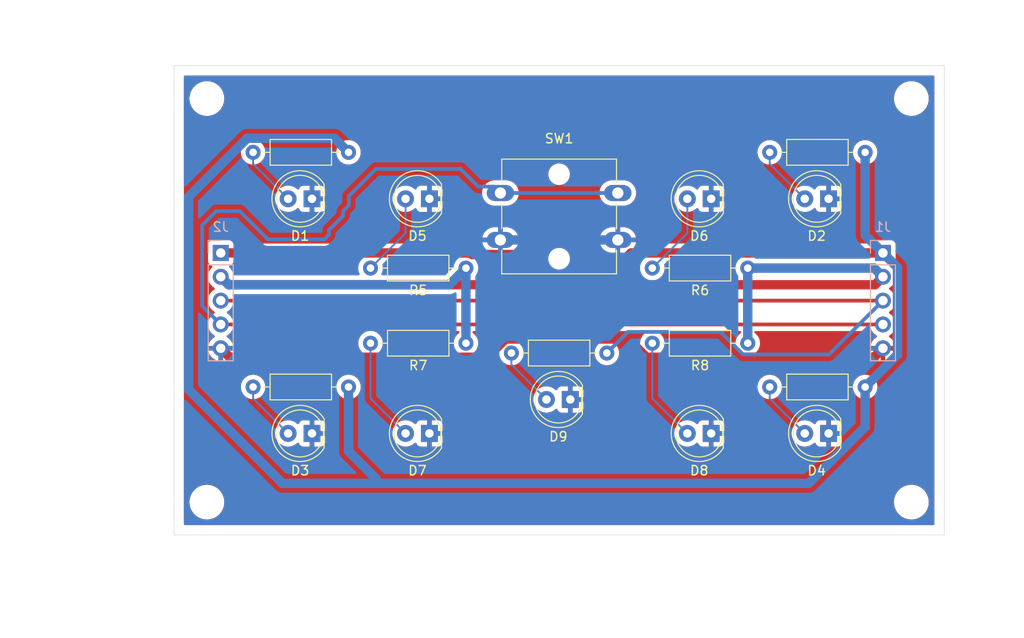
<source format=kicad_pcb>
(kicad_pcb (version 20240108) (generator "pcbnew") (generator_version "8.0")
  (layers (0 "F.Cu" signal) (31 "B.Cu" signal) (34 "B.Paste" user) (35 "F.Paste" user) (36 "B.SilkS" user "B.Silkscreen") (37 "F.SilkS" user "F.Silkscreen") (38 "B.Mask" user) (39 "F.Mask" user) (44 "Edge.Cuts" user))
  (net 0 "")
  (net 1 "Net-(D1-A)")
  (net 2 "Net-(D2-A)")
  (net 3 "Net-(D3-A)")
  (net 4 "Net-(D4-A)")
  (net 5 "Net-(D5-A)")
  (net 6 "Net-(D6-A)")
  (net 7 "Net-(D7-A)")
  (net 8 "Net-(D8-A)")
  (net 9 "-BATT")
  (net 10 "Net-(D9-A)")
  (net 11 "/LOW_LED_IN+")
  (net 12 "/BUTTON_PIN")
  (net 13 "/HIGH_LED_IN+")
  (net 14 "/CHARGING_LED_IN+")
  (footprint "Resistor_THT:R_Axial_DIN0207_L6.3mm_D2.5mm_P10.16mm_Horizontal" (layer "F.Cu") (at 168.745 67.445 180)
    (property "Reference" "R9" (hide yes))
    (property "Value" "150")
    (fp_line (start 9.12 0) (end 8.35 0) (stroke (width 0.12)) (layer "F.SilkS"))
    (fp_line (start 8.35 1.37) (end 8.35 -1.37) (stroke (width 0.12)) (layer "F.SilkS"))
    (fp_line (start 8.35 -1.37) (end 1.81 -1.37) (stroke (width 0.12)) (layer "F.SilkS"))
    (fp_line (start 1.81 1.37) (end 8.35 1.37) (stroke (width 0.12)) (layer "F.SilkS"))
    (fp_line (start 1.81 -1.37) (end 1.81 1.37) (stroke (width 0.12)) (layer "F.SilkS"))
    (fp_line (start 1.04 0) (end 1.81 0) (stroke (width 0.12)) (layer "F.SilkS"))
    (pad "1" thru_hole circle (at 0 0 180) (size 1.6 1.6) (drill 0.8) (layers "*.Cu" "*.Mask") (net 14 "/CHARGING_LED_IN+"))
    (pad "2" thru_hole oval (at 10.16 0 180) (size 1.6 1.6) (drill 0.8) (layers "*.Cu" "*.Mask") (net 10 "Net-(D9-A)"))
  )
  (footprint "MountingHole:MountingHole_3.2mm_M3" (layer "F.Cu") (at 126.165 40.33)
    (property "Reference" "REF**" (hide yes))
    (property "Value" "MountingHole_3.2mm_M3" (hide yes))
    (pad "" np_thru_hole circle (at 0 0) (size 3.2 3.2) (drill 3.2) (layers "*.Cu" "*.Mask"))
  )
  (footprint "LED_THT:LED_D5.0mm" (layer "F.Cu") (at 149.855 51.01 180)
    (property "Reference" "D5" (at 1.27 -3.96 0) (layer "F.SilkS"))
    (property "Value" "LED")
    (fp_line (start -1.29 -1.545) (end -1.29 1.545) (stroke (width 0.12)) (layer "F.SilkS"))
    (fp_arc (start 4.26 -0.000462) (mid 2.072002 2.880433) (end -1.29 1.54483) (stroke (width 0.12)) (layer "F.SilkS"))
    (fp_arc (start -1.29 -1.54483) (mid 2.072002 -2.880433) (end 4.26 0.000462) (stroke (width 0.12)) (layer "F.SilkS"))
    (fp_circle (center 1.27 0) (end 3.77 0) (stroke (width 0.12)) (fill none) (layer "F.SilkS"))
    (pad "1" thru_hole rect (at 0 0 180) (size 1.8 1.8) (drill 0.9) (layers "*.Cu" "*.Mask") (net 9 "-BATT"))
    (pad "2" thru_hole circle (at 2.54 0 180) (size 1.8 1.8) (drill 0.9) (layers "*.Cu" "*.Mask") (net 5 "Net-(D5-A)"))
  )
  (footprint "LED_THT:LED_D5.0mm" (layer "F.Cu") (at 179.855 76.01 180)
    (property "Reference" "D8" (at 1.27 -3.96 0) (layer "F.SilkS"))
    (property "Value" "LED")
    (fp_line (start -1.29 -1.545) (end -1.29 1.545) (stroke (width 0.12)) (layer "F.SilkS"))
    (fp_arc (start 4.26 -0.000462) (mid 2.072002 2.880433) (end -1.29 1.54483) (stroke (width 0.12)) (layer "F.SilkS"))
    (fp_arc (start -1.29 -1.54483) (mid 2.072002 -2.880433) (end 4.26 0.000462) (stroke (width 0.12)) (layer "F.SilkS"))
    (fp_circle (center 1.27 0) (end 3.77 0) (stroke (width 0.12)) (fill none) (layer "F.SilkS"))
    (pad "1" thru_hole rect (at 0 0 180) (size 1.8 1.8) (drill 0.9) (layers "*.Cu" "*.Mask") (net 9 "-BATT"))
    (pad "2" thru_hole circle (at 2.54 0 180) (size 1.8 1.8) (drill 0.9) (layers "*.Cu" "*.Mask") (net 8 "Net-(D8-A)"))
  )
  (footprint "Resistor_THT:R_Axial_DIN0207_L6.3mm_D2.5mm_P10.16mm_Horizontal" (layer "F.Cu") (at 196.245 71.06 180)
    (property "Reference" "R4" (hide yes))
    (property "Value" "150")
    (fp_line (start 9.12 0) (end 8.35 0) (stroke (width 0.12)) (layer "F.SilkS"))
    (fp_line (start 8.35 1.37) (end 8.35 -1.37) (stroke (width 0.12)) (layer "F.SilkS"))
    (fp_line (start 8.35 -1.37) (end 1.81 -1.37) (stroke (width 0.12)) (layer "F.SilkS"))
    (fp_line (start 1.81 1.37) (end 8.35 1.37) (stroke (width 0.12)) (layer "F.SilkS"))
    (fp_line (start 1.81 -1.37) (end 1.81 1.37) (stroke (width 0.12)) (layer "F.SilkS"))
    (fp_line (start 1.04 0) (end 1.81 0) (stroke (width 0.12)) (layer "F.SilkS"))
    (pad "1" thru_hole circle (at 0 0 180) (size 1.6 1.6) (drill 0.8) (layers "*.Cu" "*.Mask") (net 11 "/LOW_LED_IN+"))
    (pad "2" thru_hole oval (at 10.16 0 180) (size 1.6 1.6) (drill 0.8) (layers "*.Cu" "*.Mask") (net 4 "Net-(D4-A)"))
  )
  (footprint "LED_THT:LED_D5.0mm" (layer "F.Cu") (at 137.355 51.01 180)
    (property "Reference" "D1" (at 1.27 -3.96 0) (layer "F.SilkS"))
    (property "Value" "LED")
    (fp_line (start -1.29 -1.545) (end -1.29 1.545) (stroke (width 0.12)) (layer "F.SilkS"))
    (fp_arc (start 4.26 -0.000462) (mid 2.072002 2.880433) (end -1.29 1.54483) (stroke (width 0.12)) (layer "F.SilkS"))
    (fp_arc (start -1.29 -1.54483) (mid 2.072002 -2.880433) (end 4.26 0.000462) (stroke (width 0.12)) (layer "F.SilkS"))
    (fp_circle (center 1.27 0) (end 3.77 0) (stroke (width 0.12)) (fill none) (layer "F.SilkS"))
    (pad "1" thru_hole rect (at 0 0 180) (size 1.8 1.8) (drill 0.9) (layers "*.Cu" "*.Mask") (net 9 "-BATT"))
    (pad "2" thru_hole circle (at 2.54 0 180) (size 1.8 1.8) (drill 0.9) (layers "*.Cu" "*.Mask") (net 1 "Net-(D1-A)"))
  )
  (footprint "Resistor_THT:R_Axial_DIN0207_L6.3mm_D2.5mm_P10.16mm_Horizontal" (layer "F.Cu") (at 153.745 66.395 180)
    (property "Reference" "R7" (at 5.08 -2.37 0) (layer "F.SilkS"))
    (property "Value" "150")
    (fp_line (start 9.12 0) (end 8.35 0) (stroke (width 0.12)) (layer "F.SilkS"))
    (fp_line (start 8.35 1.37) (end 8.35 -1.37) (stroke (width 0.12)) (layer "F.SilkS"))
    (fp_line (start 8.35 -1.37) (end 1.81 -1.37) (stroke (width 0.12)) (layer "F.SilkS"))
    (fp_line (start 1.81 1.37) (end 8.35 1.37) (stroke (width 0.12)) (layer "F.SilkS"))
    (fp_line (start 1.81 -1.37) (end 1.81 1.37) (stroke (width 0.12)) (layer "F.SilkS"))
    (fp_line (start 1.04 0) (end 1.81 0) (stroke (width 0.12)) (layer "F.SilkS"))
    (pad "1" thru_hole circle (at 0 0 180) (size 1.6 1.6) (drill 0.8) (layers "*.Cu" "*.Mask") (net 13 "/HIGH_LED_IN+"))
    (pad "2" thru_hole oval (at 10.16 0 180) (size 1.6 1.6) (drill 0.8) (layers "*.Cu" "*.Mask") (net 7 "Net-(D7-A)"))
  )
  (footprint "LED_THT:LED_D5.0mm" (layer "F.Cu") (at 164.855 72.395 180)
    (property "Reference" "D9" (at 1.27 -3.96 0) (layer "F.SilkS"))
    (property "Value" "LED")
    (fp_line (start -1.29 -1.545) (end -1.29 1.545) (stroke (width 0.12)) (layer "F.SilkS"))
    (fp_arc (start 4.26 -0.000462) (mid 2.072002 2.880433) (end -1.29 1.54483) (stroke (width 0.12)) (layer "F.SilkS"))
    (fp_arc (start -1.29 -1.54483) (mid 2.072002 -2.880433) (end 4.26 0.000462) (stroke (width 0.12)) (layer "F.SilkS"))
    (fp_circle (center 1.27 0) (end 3.77 0) (stroke (width 0.12)) (fill none) (layer "F.SilkS"))
    (pad "1" thru_hole rect (at 0 0 180) (size 1.8 1.8) (drill 0.9) (layers "*.Cu" "*.Mask") (net 9 "-BATT"))
    (pad "2" thru_hole circle (at 2.54 0 180) (size 1.8 1.8) (drill 0.9) (layers "*.Cu" "*.Mask") (net 10 "Net-(D9-A)"))
  )
  (footprint "LED_THT:LED_D5.0mm" (layer "F.Cu") (at 192.355 51.01 180)
    (property "Reference" "D2" (at 1.27 -3.96 0) (layer "F.SilkS"))
    (property "Value" "LED")
    (fp_line (start -1.29 -1.545) (end -1.29 1.545) (stroke (width 0.12)) (layer "F.SilkS"))
    (fp_arc (start 4.26 -0.000462) (mid 2.072002 2.880433) (end -1.29 1.54483) (stroke (width 0.12)) (layer "F.SilkS"))
    (fp_arc (start -1.29 -1.54483) (mid 2.072002 -2.880433) (end 4.26 0.000462) (stroke (width 0.12)) (layer "F.SilkS"))
    (fp_circle (center 1.27 0) (end 3.77 0) (stroke (width 0.12)) (fill none) (layer "F.SilkS"))
    (pad "1" thru_hole rect (at 0 0 180) (size 1.8 1.8) (drill 0.9) (layers "*.Cu" "*.Mask") (net 9 "-BATT"))
    (pad "2" thru_hole circle (at 2.54 0 180) (size 1.8 1.8) (drill 0.9) (layers "*.Cu" "*.Mask") (net 2 "Net-(D2-A)"))
  )
  (footprint "Resistor_THT:R_Axial_DIN0207_L6.3mm_D2.5mm_P10.16mm_Horizontal" (layer "F.Cu") (at 141.245 46.06 180)
    (property "Reference" "R1" (hide yes))
    (property "Value" "150")
    (fp_line (start 9.12 0) (end 8.35 0) (stroke (width 0.12)) (layer "F.SilkS"))
    (fp_line (start 8.35 1.37) (end 8.35 -1.37) (stroke (width 0.12)) (layer "F.SilkS"))
    (fp_line (start 8.35 -1.37) (end 1.81 -1.37) (stroke (width 0.12)) (layer "F.SilkS"))
    (fp_line (start 1.81 1.37) (end 8.35 1.37) (stroke (width 0.12)) (layer "F.SilkS"))
    (fp_line (start 1.81 -1.37) (end 1.81 1.37) (stroke (width 0.12)) (layer "F.SilkS"))
    (fp_line (start 1.04 0) (end 1.81 0) (stroke (width 0.12)) (layer "F.SilkS"))
    (pad "1" thru_hole circle (at 0 0 180) (size 1.6 1.6) (drill 0.8) (layers "*.Cu" "*.Mask") (net 11 "/LOW_LED_IN+"))
    (pad "2" thru_hole oval (at 10.16 0 180) (size 1.6 1.6) (drill 0.8) (layers "*.Cu" "*.Mask") (net 1 "Net-(D1-A)"))
  )
  (footprint "LED_THT:LED_D5.0mm" (layer "F.Cu") (at 137.355 76.01 180)
    (property "Reference" "D3" (at 1.27 -3.96 0) (layer "F.SilkS"))
    (property "Value" "LED")
    (fp_line (start -1.29 -1.545) (end -1.29 1.545) (stroke (width 0.12)) (layer "F.SilkS"))
    (fp_arc (start 4.26 -0.000462) (mid 2.072002 2.880433) (end -1.29 1.54483) (stroke (width 0.12)) (layer "F.SilkS"))
    (fp_arc (start -1.29 -1.54483) (mid 2.072002 -2.880433) (end 4.26 0.000462) (stroke (width 0.12)) (layer "F.SilkS"))
    (fp_circle (center 1.27 0) (end 3.77 0) (stroke (width 0.12)) (fill none) (layer "F.SilkS"))
    (pad "1" thru_hole rect (at 0 0 180) (size 1.8 1.8) (drill 0.9) (layers "*.Cu" "*.Mask") (net 9 "-BATT"))
    (pad "2" thru_hole circle (at 2.54 0 180) (size 1.8 1.8) (drill 0.9) (layers "*.Cu" "*.Mask") (net 3 "Net-(D3-A)"))
  )
  (footprint "LED_THT:LED_D5.0mm" (layer "F.Cu") (at 149.855 76.01 180)
    (property "Reference" "D7" (at 1.27 -3.96 0) (layer "F.SilkS"))
    (property "Value" "LED")
    (fp_line (start -1.29 -1.545) (end -1.29 1.545) (stroke (width 0.12)) (layer "F.SilkS"))
    (fp_arc (start 4.26 -0.000462) (mid 2.072002 2.880433) (end -1.29 1.54483) (stroke (width 0.12)) (layer "F.SilkS"))
    (fp_arc (start -1.29 -1.54483) (mid 2.072002 -2.880433) (end 4.26 0.000462) (stroke (width 0.12)) (layer "F.SilkS"))
    (fp_circle (center 1.27 0) (end 3.77 0) (stroke (width 0.12)) (fill none) (layer "F.SilkS"))
    (pad "1" thru_hole rect (at 0 0 180) (size 1.8 1.8) (drill 0.9) (layers "*.Cu" "*.Mask") (net 9 "-BATT"))
    (pad "2" thru_hole circle (at 2.54 0 180) (size 1.8 1.8) (drill 0.9) (layers "*.Cu" "*.Mask") (net 7 "Net-(D7-A)"))
  )
  (footprint "Resistor_THT:R_Axial_DIN0207_L6.3mm_D2.5mm_P10.16mm_Horizontal" (layer "F.Cu") (at 141.245 71.06 180)
    (property "Reference" "R3" (hide yes))
    (property "Value" "150")
    (fp_line (start 9.12 0) (end 8.35 0) (stroke (width 0.12)) (layer "F.SilkS"))
    (fp_line (start 8.35 1.37) (end 8.35 -1.37) (stroke (width 0.12)) (layer "F.SilkS"))
    (fp_line (start 8.35 -1.37) (end 1.81 -1.37) (stroke (width 0.12)) (layer "F.SilkS"))
    (fp_line (start 1.81 1.37) (end 8.35 1.37) (stroke (width 0.12)) (layer "F.SilkS"))
    (fp_line (start 1.81 -1.37) (end 1.81 1.37) (stroke (width 0.12)) (layer "F.SilkS"))
    (fp_line (start 1.04 0) (end 1.81 0) (stroke (width 0.12)) (layer "F.SilkS"))
    (pad "1" thru_hole circle (at 0 0 180) (size 1.6 1.6) (drill 0.8) (layers "*.Cu" "*.Mask") (net 11 "/LOW_LED_IN+"))
    (pad "2" thru_hole oval (at 10.16 0 180) (size 1.6 1.6) (drill 0.8) (layers "*.Cu" "*.Mask") (net 3 "Net-(D3-A)"))
  )
  (footprint "Button_Switch_THT:SW_SPST_Omron_B3F-40xx" (layer "F.Cu") (at 157.415 50.395)
    (property "Reference" "SW1" (at 6.25 -5.8 0) (layer "F.SilkS"))
    (property "Value" "SW_Push")
    (fp_line (start 0.14 -3.61) (end 0.14 -1.1) (stroke (width 0.12)) (layer "F.SilkS"))
    (fp_line (start 0.14 -3.61) (end 12.36 -3.61) (stroke (width 0.12)) (layer "F.SilkS"))
    (fp_line (start 0.14 1.2) (end 0.14 3.8) (stroke (width 0.12)) (layer "F.SilkS"))
    (fp_line (start 0.14 6.1) (end 0.14 8.61) (stroke (width 0.12)) (layer "F.SilkS"))
    (fp_line (start 12.36 -3.61) (end 12.36 -1.1) (stroke (width 0.12)) (layer "F.SilkS"))
    (fp_line (start 12.36 1.2) (end 12.36 3.8) (stroke (width 0.12)) (layer "F.SilkS"))
    (fp_line (start 12.36 6.1) (end 12.36 8.61) (stroke (width 0.12)) (layer "F.SilkS"))
    (fp_line (start 12.36 8.61) (end 0.14 8.61) (stroke (width 0.12)) (layer "F.SilkS"))
    (pad "" np_thru_hole circle (at 6.25 -2) (size 1.8 1.8) (drill 1.8) (layers "F&B.Cu" "*.Mask"))
    (pad "" np_thru_hole circle (at 6.25 7) (size 1.8 1.8) (drill 1.8) (layers "F&B.Cu" "*.Mask"))
    (pad "1" thru_hole oval (at 0 0) (size 2.9 1.7) (drill 1.2) (layers "*.Cu" "*.Mask") (net 12 "/BUTTON_PIN"))
    (pad "1" thru_hole oval (at 12.5 0) (size 2.9 1.7) (drill 1.2) (layers "*.Cu" "*.Mask") (net 12 "/BUTTON_PIN"))
    (pad "2" thru_hole oval (at 0 5) (size 2.9 1.7) (drill 1.2) (layers "*.Cu" "*.Mask") (net 9 "-BATT"))
    (pad "2" thru_hole oval (at 12.5 5) (size 2.9 1.7) (drill 1.2) (layers "*.Cu" "*.Mask") (net 9 "-BATT"))
  )
  (footprint "Resistor_THT:R_Axial_DIN0207_L6.3mm_D2.5mm_P10.16mm_Horizontal" (layer "F.Cu") (at 183.745 66.395 180)
    (property "Reference" "R8" (at 5.08 -2.37 0) (layer "F.SilkS"))
    (property "Value" "150")
    (fp_line (start 9.12 0) (end 8.35 0) (stroke (width 0.12)) (layer "F.SilkS"))
    (fp_line (start 8.35 1.37) (end 8.35 -1.37) (stroke (width 0.12)) (layer "F.SilkS"))
    (fp_line (start 8.35 -1.37) (end 1.81 -1.37) (stroke (width 0.12)) (layer "F.SilkS"))
    (fp_line (start 1.81 1.37) (end 8.35 1.37) (stroke (width 0.12)) (layer "F.SilkS"))
    (fp_line (start 1.81 -1.37) (end 1.81 1.37) (stroke (width 0.12)) (layer "F.SilkS"))
    (fp_line (start 1.04 0) (end 1.81 0) (stroke (width 0.12)) (layer "F.SilkS"))
    (pad "1" thru_hole circle (at 0 0 180) (size 1.6 1.6) (drill 0.8) (layers "*.Cu" "*.Mask") (net 13 "/HIGH_LED_IN+"))
    (pad "2" thru_hole oval (at 10.16 0 180) (size 1.6 1.6) (drill 0.8) (layers "*.Cu" "*.Mask") (net 8 "Net-(D8-A)"))
  )
  (footprint "Resistor_THT:R_Axial_DIN0207_L6.3mm_D2.5mm_P10.16mm_Horizontal" (layer "F.Cu") (at 196.245 46.06 180)
    (property "Reference" "R2" (hide yes))
    (property "Value" "150")
    (fp_line (start 9.12 0) (end 8.35 0) (stroke (width 0.12)) (layer "F.SilkS"))
    (fp_line (start 8.35 1.37) (end 8.35 -1.37) (stroke (width 0.12)) (layer "F.SilkS"))
    (fp_line (start 8.35 -1.37) (end 1.81 -1.37) (stroke (width 0.12)) (layer "F.SilkS"))
    (fp_line (start 1.81 1.37) (end 8.35 1.37) (stroke (width 0.12)) (layer "F.SilkS"))
    (fp_line (start 1.81 -1.37) (end 1.81 1.37) (stroke (width 0.12)) (layer "F.SilkS"))
    (fp_line (start 1.04 0) (end 1.81 0) (stroke (width 0.12)) (layer "F.SilkS"))
    (pad "1" thru_hole circle (at 0 0 180) (size 1.6 1.6) (drill 0.8) (layers "*.Cu" "*.Mask") (net 11 "/LOW_LED_IN+"))
    (pad "2" thru_hole oval (at 10.16 0 180) (size 1.6 1.6) (drill 0.8) (layers "*.Cu" "*.Mask") (net 2 "Net-(D2-A)"))
  )
  (footprint "LED_THT:LED_D5.0mm" (layer "F.Cu") (at 179.855 51.01 180)
    (property "Reference" "D6" (at 1.27 -3.96 0) (layer "F.SilkS"))
    (property "Value" "LED")
    (fp_line (start -1.29 -1.545) (end -1.29 1.545) (stroke (width 0.12)) (layer "F.SilkS"))
    (fp_arc (start 4.26 -0.000462) (mid 2.072002 2.880433) (end -1.29 1.54483) (stroke (width 0.12)) (layer "F.SilkS"))
    (fp_arc (start -1.29 -1.54483) (mid 2.072002 -2.880433) (end 4.26 0.000462) (stroke (width 0.12)) (layer "F.SilkS"))
    (fp_circle (center 1.27 0) (end 3.77 0) (stroke (width 0.12)) (fill none) (layer "F.SilkS"))
    (pad "1" thru_hole rect (at 0 0 180) (size 1.8 1.8) (drill 0.9) (layers "*.Cu" "*.Mask") (net 9 "-BATT"))
    (pad "2" thru_hole circle (at 2.54 0 180) (size 1.8 1.8) (drill 0.9) (layers "*.Cu" "*.Mask") (net 6 "Net-(D6-A)"))
  )
  (footprint "Resistor_THT:R_Axial_DIN0207_L6.3mm_D2.5mm_P10.16mm_Horizontal" (layer "F.Cu") (at 153.745 58.395 180)
    (property "Reference" "R5" (at 5.08 -2.37 0) (layer "F.SilkS"))
    (property "Value" "150")
    (fp_line (start 9.12 0) (end 8.35 0) (stroke (width 0.12)) (layer "F.SilkS"))
    (fp_line (start 8.35 1.37) (end 8.35 -1.37) (stroke (width 0.12)) (layer "F.SilkS"))
    (fp_line (start 8.35 -1.37) (end 1.81 -1.37) (stroke (width 0.12)) (layer "F.SilkS"))
    (fp_line (start 1.81 1.37) (end 8.35 1.37) (stroke (width 0.12)) (layer "F.SilkS"))
    (fp_line (start 1.81 -1.37) (end 1.81 1.37) (stroke (width 0.12)) (layer "F.SilkS"))
    (fp_line (start 1.04 0) (end 1.81 0) (stroke (width 0.12)) (layer "F.SilkS"))
    (pad "1" thru_hole circle (at 0 0 180) (size 1.6 1.6) (drill 0.8) (layers "*.Cu" "*.Mask") (net 13 "/HIGH_LED_IN+"))
    (pad "2" thru_hole oval (at 10.16 0 180) (size 1.6 1.6) (drill 0.8) (layers "*.Cu" "*.Mask") (net 5 "Net-(D5-A)"))
  )
  (footprint "MountingHole:MountingHole_3.2mm_M3" (layer "F.Cu") (at 201.165 83.33 180)
    (property "Reference" "REF**" (hide yes))
    (property "Value" "MountingHole_3.2mm_M3" (hide yes))
    (pad "" np_thru_hole circle (at 0 0 180) (size 3.2 3.2) (drill 3.2) (layers "*.Cu" "*.Mask"))
  )
  (footprint "MountingHole:MountingHole_3.2mm_M3" (layer "F.Cu") (at 201.165 40.33 -90)
    (property "Reference" "REF**" (hide yes))
    (property "Value" "MountingHole_3.2mm_M3" (hide yes))
    (pad "" np_thru_hole circle (at 0 0 270) (size 3.2 3.2) (drill 3.2) (layers "*.Cu" "*.Mask"))
  )
  (footprint "MountingHole:MountingHole_3.2mm_M3" (layer "F.Cu") (at 126.165 83.33 90)
    (property "Reference" "REF**" (hide yes))
    (property "Value" "MountingHole_3.2mm_M3" (hide yes))
    (pad "" np_thru_hole circle (at 0 0 90) (size 3.2 3.2) (drill 3.2) (layers "*.Cu" "*.Mask"))
  )
  (footprint "LED_THT:LED_D5.0mm" (layer "F.Cu") (at 192.355 76.01 180)
    (property "Reference" "D4" (at 1.27 -3.96 0) (layer "F.SilkS"))
    (property "Value" "LED")
    (fp_line (start -1.29 -1.545) (end -1.29 1.545) (stroke (width 0.12)) (layer "F.SilkS"))
    (fp_arc (start 4.26 -0.000462) (mid 2.072002 2.880433) (end -1.29 1.54483) (stroke (width 0.12)) (layer "F.SilkS"))
    (fp_arc (start -1.29 -1.54483) (mid 2.072002 -2.880433) (end 4.26 0.000462) (stroke (width 0.12)) (layer "F.SilkS"))
    (fp_circle (center 1.27 0) (end 3.77 0) (stroke (width 0.12)) (fill none) (layer "F.SilkS"))
    (pad "1" thru_hole rect (at 0 0 180) (size 1.8 1.8) (drill 0.9) (layers "*.Cu" "*.Mask") (net 9 "-BATT"))
    (pad "2" thru_hole circle (at 2.54 0 180) (size 1.8 1.8) (drill 0.9) (layers "*.Cu" "*.Mask") (net 4 "Net-(D4-A)"))
  )
  (footprint "Resistor_THT:R_Axial_DIN0207_L6.3mm_D2.5mm_P10.16mm_Horizontal" (layer "F.Cu") (at 183.745 58.395 180)
    (property "Reference" "R6" (at 5.08 -2.37 0) (layer "F.SilkS"))
    (property "Value" "150")
    (fp_line (start 9.12 0) (end 8.35 0) (stroke (width 0.12)) (layer "F.SilkS"))
    (fp_line (start 8.35 1.37) (end 8.35 -1.37) (stroke (width 0.12)) (layer "F.SilkS"))
    (fp_line (start 8.35 -1.37) (end 1.81 -1.37) (stroke (width 0.12)) (layer "F.SilkS"))
    (fp_line (start 1.81 1.37) (end 8.35 1.37) (stroke (width 0.12)) (layer "F.SilkS"))
    (fp_line (start 1.81 -1.37) (end 1.81 1.37) (stroke (width 0.12)) (layer "F.SilkS"))
    (fp_line (start 1.04 0) (end 1.81 0) (stroke (width 0.12)) (layer "F.SilkS"))
    (pad "1" thru_hole circle (at 0 0 180) (size 1.6 1.6) (drill 0.8) (layers "*.Cu" "*.Mask") (net 13 "/HIGH_LED_IN+"))
    (pad "2" thru_hole oval (at 10.16 0 180) (size 1.6 1.6) (drill 0.8) (layers "*.Cu" "*.Mask") (net 6 "Net-(D6-A)"))
  )
  (footprint "Connector_PinSocket_2.54mm:PinSocket_1x05_P2.54mm_Vertical" (layer "B.Cu") (at 198.14 56.78 180)
    (property "Reference" "J1" (at 0 2.77 0) (layer "B.SilkS") (effects (justify mirror)))
    (property "Value" "Conn_01x05_Pin" (hide yes))
    (fp_line (start 1.33 1.33) (end 0 1.33) (stroke (width 0.12)) (layer "B.SilkS"))
    (fp_line (start 1.33 0) (end 1.33 1.33) (stroke (width 0.12)) (layer "B.SilkS"))
    (fp_line (start 1.33 -1.27) (end -1.33 -1.27) (stroke (width 0.12)) (layer "B.SilkS"))
    (fp_line (start 1.33 -11.49) (end 1.33 -1.27) (stroke (width 0.12)) (layer "B.SilkS"))
    (fp_line (start 1.33 -11.49) (end -1.33 -11.49) (stroke (width 0.12)) (layer "B.SilkS"))
    (fp_line (start -1.33 -11.49) (end -1.33 -1.27) (stroke (width 0.12)) (layer "B.SilkS"))
    (pad "1" thru_hole rect (at 0 0 180) (size 1.7 1.7) (drill 1) (layers "*.Cu" "*.Mask") (net 11 "/LOW_LED_IN+"))
    (pad "2" thru_hole oval (at 0 -2.54 180) (size 1.7 1.7) (drill 1) (layers "*.Cu" "*.Mask") (net 13 "/HIGH_LED_IN+"))
    (pad "3" thru_hole oval (at 0 -5.08 180) (size 1.7 1.7) (drill 1) (layers "*.Cu" "*.Mask") (net 14 "/CHARGING_LED_IN+"))
    (pad "4" thru_hole oval (at 0 -7.62 180) (size 1.7 1.7) (drill 1) (layers "*.Cu" "*.Mask") (net 12 "/BUTTON_PIN"))
    (pad "5" thru_hole oval (at 0 -10.16 180) (size 1.7 1.7) (drill 1) (layers "*.Cu" "*.Mask") (net 9 "-BATT"))
  )
  (footprint "Connector_PinSocket_2.54mm:PinSocket_1x05_P2.54mm_Vertical" (layer "B.Cu") (at 127.64 56.78 180)
    (property "Reference" "J2" (at 0 2.77 0) (layer "B.SilkS") (effects (justify mirror)))
    (property "Value" "Conn_01x05_Pin" (hide yes))
    (fp_line (start 1.33 1.33) (end 0 1.33) (stroke (width 0.12)) (layer "B.SilkS"))
    (fp_line (start 1.33 0) (end 1.33 1.33) (stroke (width 0.12)) (layer "B.SilkS"))
    (fp_line (start 1.33 -1.27) (end -1.33 -1.27) (stroke (width 0.12)) (layer "B.SilkS"))
    (fp_line (start 1.33 -11.49) (end 1.33 -1.27) (stroke (width 0.12)) (layer "B.SilkS"))
    (fp_line (start 1.33 -11.49) (end -1.33 -11.49) (stroke (width 0.12)) (layer "B.SilkS"))
    (fp_line (start -1.33 -11.49) (end -1.33 -1.27) (stroke (width 0.12)) (layer "B.SilkS"))
    (pad "1" thru_hole rect (at 0 0 180) (size 1.7 1.7) (drill 1) (layers "*.Cu" "*.Mask") (net 11 "/LOW_LED_IN+"))
    (pad "2" thru_hole oval (at 0 -2.54 180) (size 1.7 1.7) (drill 1) (layers "*.Cu" "*.Mask") (net 13 "/HIGH_LED_IN+"))
    (pad "3" thru_hole oval (at 0 -5.08 180) (size 1.7 1.7) (drill 1) (layers "*.Cu" "*.Mask") (net 14 "/CHARGING_LED_IN+"))
    (pad "4" thru_hole oval (at 0 -7.62 180) (size 1.7 1.7) (drill 1) (layers "*.Cu" "*.Mask") (net 12 "/BUTTON_PIN"))
    (pad "5" thru_hole oval (at 0 -10.16 180) (size 1.7 1.7) (drill 1) (layers "*.Cu" "*.Mask") (net 9 "-BATT"))
  )
  (gr_rect (start 122.665 36.83) (end 204.665 86.83) (stroke (width 0.05)) (fill none) (layer "Edge.Cuts"))
  (segment (start 131.085 46.06) (end 131.085 47.28) (width 0.2) (layer "B.Cu") (net 1))
  (segment (start 131.085 47.28) (end 134.815 51.01) (width 0.2) (layer "B.Cu") (net 1))
  (segment (start 186.085 47.28) (end 189.815 51.01) (width 0.2) (layer "B.Cu") (net 2))
  (segment (start 186.085 46.06) (end 186.085 47.28) (width 0.2) (layer "B.Cu") (net 2))
  (segment (start 131.085 72.28) (end 134.815 76.01) (width 0.2) (layer "B.Cu") (net 3))
  (segment (start 131.085 71.06) (end 131.085 72.28) (width 0.2) (layer "B.Cu") (net 3))
  (segment (start 186.085 71.06) (end 186.085 72.28) (width 0.2) (layer "B.Cu") (net 4))
  (segment (start 186.085 72.28) (end 189.815 76.01) (width 0.2) (layer "B.Cu") (net 4))
  (segment (start 147.315 51.01) (end 147.315 54.665) (width 0.2) (layer "B.Cu") (net 5))
  (segment (start 147.315 54.665) (end 143.585 58.395) (width 0.2) (layer "B.Cu") (net 5))
  (segment (start 177.315 51.01) (end 177.315 54.665) (width 0.2) (layer "B.Cu") (net 6))
  (segment (start 177.315 54.665) (end 173.585 58.395) (width 0.2) (layer "B.Cu") (net 6))
  (segment (start 143.585 72.28) (end 147.315 76.01) (width 0.2) (layer "B.Cu") (net 7))
  (segment (start 143.585 66.395) (end 143.585 72.28) (width 0.2) (layer "B.Cu") (net 7))
  (segment (start 173.585 66.395) (end 173.585 72.28) (width 0.2) (layer "B.Cu") (net 8))
  (segment (start 173.585 72.28) (end 177.315 76.01) (width 0.2) (layer "B.Cu") (net 8))
  (segment (start 171.013679 65.945) (end 172.963679 67.895) (width 1) (layer "F.Cu") (net 9))
  (segment (start 157.963679 65.945) (end 171.013679 65.945) (width 1) (layer "F.Cu") (net 9))
  (segment (start 127.64 66.94) (end 128.595 67.895) (width 1) (layer "F.Cu") (net 9))
  (segment (start 172.963679 67.895) (end 197.185 67.895) (width 1) (layer "F.Cu") (net 9))
  (segment (start 128.595 67.895) (end 156.013679 67.895) (width 1) (layer "F.Cu") (net 9))
  (segment (start 197.185 67.895) (end 198.14 66.94) (width 1) (layer "F.Cu") (net 9))
  (segment (start 156.013679 67.895) (end 157.963679 65.945) (width 1) (layer "F.Cu") (net 9))
  (segment (start 169.915 55.395) (end 157.415 55.395) (width 1) (layer "B.Cu") (net 9))
  (segment (start 158.585 68.665) (end 162.315 72.395) (width 0.2) (layer "B.Cu") (net 10))
  (segment (start 158.585 67.445) (end 158.585 68.665) (width 0.2) (layer "B.Cu") (net 10))
  (segment (start 159.05 56.945) (end 154.416321 56.945) (width 1) (layer "F.Cu") (net 11))
  (segment (start 154.251321 56.78) (end 127.64 56.78) (width 1) (layer "F.Cu") (net 11))
  (segment (start 160.25 55.745) (end 159.05 56.945) (width 1) (layer "F.Cu") (net 11))
  (segment (start 198.14 56.78) (end 171.322031 56.78) (width 1) (layer "F.Cu") (net 11))
  (segment (start 171.322031 56.78) (end 170.772031 57.33) (width 1) (layer "F.Cu") (net 11))
  (segment (start 166.165 57.33) (end 164.58 55.745) (width 1) (layer "F.Cu") (net 11))
  (segment (start 164.58 55.745) (end 160.25 55.745) (width 1) (layer "F.Cu") (net 11))
  (segment (start 154.416321 56.945) (end 154.251321 56.78) (width 1) (layer "F.Cu") (net 11))
  (segment (start 170.772031 57.33) (end 166.165 57.33) (width 1) (layer "F.Cu") (net 11))
  (segment (start 134.215 81.33) (end 144.165 81.33) (width 1) (layer "B.Cu") (net 11))
  (segment (start 124.215 50.808679) (end 124.215 71.33) (width 1) (layer "B.Cu") (net 11))
  (segment (start 139.745 44.56) (end 130.463679 44.56) (width 1) (layer "B.Cu") (net 11))
  (segment (start 196.245 71.06) (end 199.69 67.615) (width 1) (layer "B.Cu") (net 11))
  (segment (start 199.69 67.615) (end 199.69 58.33) (width 1) (layer "B.Cu") (net 11))
  (segment (start 199.69 58.33) (end 198.14 56.78) (width 1) (layer "B.Cu") (net 11))
  (segment (start 130.463679 44.56) (end 124.215 50.808679) (width 1) (layer "B.Cu") (net 11))
  (segment (start 190.235 81.33) (end 144.165 81.33) (width 1) (layer "B.Cu") (net 11))
  (segment (start 141.245 77.91) (end 141.245 71.06) (width 1) (layer "B.Cu") (net 11))
  (segment (start 196.245 71.06) (end 196.245 75.32) (width 1) (layer "B.Cu") (net 11))
  (segment (start 144.165 81.33) (end 144.165 80.83) (width 1) (layer "B.Cu") (net 11))
  (segment (start 124.215 71.33) (end 134.215 81.33) (width 1) (layer "B.Cu") (net 11))
  (segment (start 196.245 54.885) (end 198.14 56.78) (width 1) (layer "B.Cu") (net 11))
  (segment (start 196.245 46.06) (end 196.245 54.885) (width 1) (layer "B.Cu") (net 11))
  (segment (start 196.245 75.32) (end 190.235 81.33) (width 1) (layer "B.Cu") (net 11))
  (segment (start 144.165 80.83) (end 141.245 77.91) (width 1) (layer "B.Cu") (net 11))
  (segment (start 141.245 46.06) (end 139.745 44.56) (width 1) (layer "B.Cu") (net 11))
  (segment (start 198.14 64.4) (end 127.64 64.4) (width 0.4) (layer "F.Cu") (net 12))
  (segment (start 155.045 49.71) (end 153.165 47.83) (width 0.4) (layer "B.Cu") (net 12))
  (segment (start 125.665 53.83) (end 127.165 52.33) (width 0.4) (layer "B.Cu") (net 12))
  (segment (start 139.165 54.83) (end 139.165 54.33) (width 0.4) (layer "B.Cu") (net 12))
  (segment (start 157.415 50.395) (end 156.73 49.71) (width 0.4) (layer "B.Cu") (net 12))
  (segment (start 153.165 47.83) (end 144.165 47.83) (width 0.4) (layer "B.Cu") (net 12))
  (segment (start 139.165 54.33) (end 140.665 52.83) (width 0.4) (layer "B.Cu") (net 12))
  (segment (start 138.665 55.33) (end 139.165 54.83) (width 0.4) (layer "B.Cu") (net 12))
  (segment (start 125.665 62.425) (end 125.665 53.83) (width 0.4) (layer "B.Cu") (net 12))
  (segment (start 140.665 52.33) (end 141.285 51.71) (width 0.4) (layer "B.Cu") (net 12))
  (segment (start 157.415 50.395) (end 169.915 50.395) (width 0.4) (layer "B.Cu") (net 12))
  (segment (start 127.64 64.4) (end 125.665 62.425) (width 0.4) (layer "B.Cu") (net 12))
  (segment (start 127.165 52.33) (end 129.665 52.33) (width 0.4) (layer "B.Cu") (net 12))
  (segment (start 132.665 55.33) (end 138.665 55.33) (width 0.4) (layer "B.Cu") (net 12))
  (segment (start 144.165 47.83) (end 141.285 50.71) (width 0.4) (layer "B.Cu") (net 12))
  (segment (start 140.665 52.83) (end 140.665 52.33) (width 0.4) (layer "B.Cu") (net 12))
  (segment (start 156.73 49.71) (end 155.045 49.71) (width 0.4) (layer "B.Cu") (net 12))
  (segment (start 141.285 50.71) (end 141.285 51.71) (width 0.4) (layer "B.Cu") (net 12))
  (segment (start 129.665 52.33) (end 132.665 55.33) (width 0.4) (layer "B.Cu") (net 12))
  (segment (start 197.29 60.17) (end 128.49 60.17) (width 1) (layer "F.Cu") (net 13))
  (segment (start 128.49 60.17) (end 127.64 59.32) (width 1) (layer "F.Cu") (net 13))
  (segment (start 198.14 59.32) (end 197.29 60.17) (width 1) (layer "F.Cu") (net 13))
  (segment (start 197.215 58.395) (end 183.745 58.395) (width 1) (layer "B.Cu") (net 13))
  (segment (start 151.97 60.17) (end 153.745 58.395) (width 1) (layer "B.Cu") (net 13))
  (segment (start 153.745 58.395) (end 153.745 66.395) (width 1) (layer "B.Cu") (net 13))
  (segment (start 183.745 66.395) (end 183.745 58.395) (width 1) (layer "B.Cu") (net 13))
  (segment (start 127.64 59.32) (end 128.49 60.17) (width 1) (layer "B.Cu") (net 13))
  (segment (start 128.49 60.17) (end 151.97 60.17) (width 1) (layer "B.Cu") (net 13))
  (segment (start 198.14 59.32) (end 197.215 58.395) (width 1) (layer "B.Cu") (net 13))
  (segment (start 127.64 61.86) (end 198.14 61.86) (width 0.4) (layer "F.Cu") (net 14))
  (segment (start 180.847943 65.195) (end 183.247943 67.595) (width 0.4) (layer "B.Cu") (net 14))
  (segment (start 192.405 67.595) (end 198.14 61.86) (width 0.4) (layer "B.Cu") (net 14))
  (segment (start 168.745 67.445) (end 170.995 65.195) (width 0.4) (layer "B.Cu") (net 14))
  (segment (start 183.247943 67.595) (end 192.405 67.595) (width 0.4) (layer "B.Cu") (net 14))
  (segment (start 170.995 65.195) (end 180.847943 65.195) (width 0.4) (layer "B.Cu") (net 14))
  (zone (net 9) (net_name "-BATT") (layers "F&B.Cu") (connect_pads (clearance 0.5)) (min_thickness 0.25) (fill yes (thermal_gap 0.5) (thermal_bridge_width 0.5))
    (polygon (pts (xy 212.665 29.83) (xy 213.165 97.33) (xy 106.665 97.83) (xy 111.665 30.33)))
  )
)
</source>
